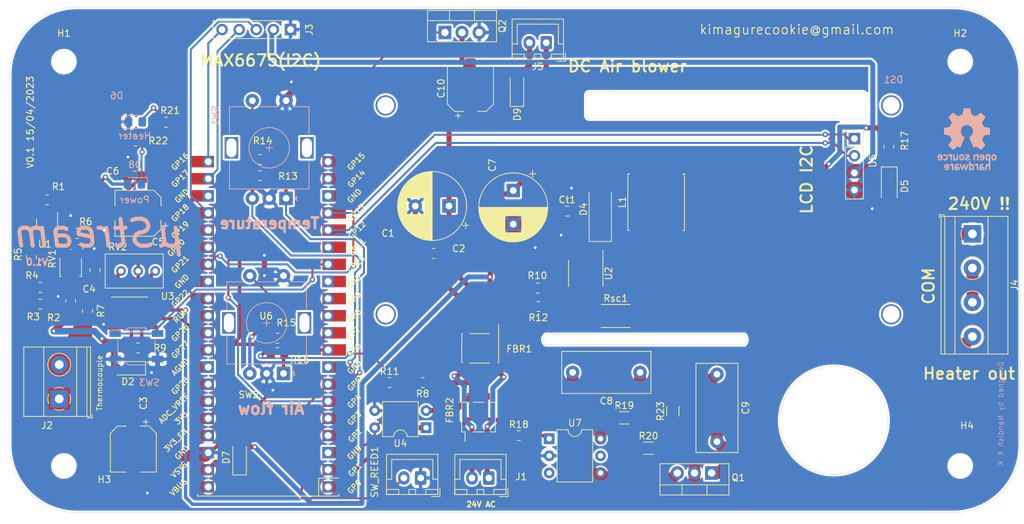
<source format=kicad_pcb>
(kicad_pcb (version 20211014) (generator pcbnew)
  (layers (0 "F.Cu" signal) (31 "B.Cu" power) (34 "B.Paste" user) (35 "F.Paste" user) (36 "B.SilkS" user "B.Silkscreen") (37 "F.SilkS" user "F.Silkscreen") (38 "B.Mask" user) (39 "F.Mask" user) (44 "Edge.Cuts" user))
  (net 0 "")
  (net 1 "22.8v")
  (net 2 "GND")
  (net 3 "Net-(C4-Pad1)")
  (net 4 "6Vdc")
  (net 5 "Net-(C8-Pad1)")
  (net 6 "Net-(C8-Pad2)")
  (net 7 "Net-(C9-Pad1)")
  (net 8 "Net-(C10-Pad2)")
  (net 9 "Net-(Ct1-Pad2)")
  (net 10 "AC2")
  (net 11 "AC1")
  (net 12 "Net-(D4-Pad1)")
  (net 13 "/SCK")
  (net 14 "/CS")
  (net 15 "/SO")
  (net 16 "/Hot")
  (net 17 "/Vgs=3v")
  (net 18 "Net-(R1-Pad1)")
  (net 19 "Net-(R2-Pad2)")
  (net 20 "Net-(R5-Pad2)")
  (net 21 "Net-(R6-Pad2)")
  (net 22 "Net-(R7-Pad1)")
  (net 23 "Net-(R8-Pad2)")
  (net 24 "Temperature ")
  (net 25 "Net-(R10-Pad1)")
  (net 26 "Sense")
  (net 27 "Trigger")
  (net 28 "3.3V")
  (net 29 "Net-(Rsc1-Pad2)")
  (net 30 "Net-(RV2-Pad1)")
  (net 31 "Net-(RV2-Pad3)")
  (net 32 "Net-(SW3-Pad2)")
  (net 37 "Net-(U5-Pad1)")
  (net 38 "Net-(U5-Pad2)")
  (net 56 "/DT1")
  (net 57 "/CLK1")
  (net 58 "/DT2")
  (net 59 "/CLK2")
  (net 60 "/SW1")
  (net 61 "/SW3")
  (net 63 "Net-(C3-Pad1)")
  (net 64 "/COLD")
  (net 65 "Net-(D8-Pad1)")
  (net 66 "Net-(R18-Pad2)")
  (net 67 "Net-(R19-Pad1)")
  (net 68 "Net-(D7-Pad1)")
  (net 69 "Net-(D6-Pad2)")
  (net 70 "Net-(SW_REED1-Pad2)")
  (net 71 "Net-(J4-Pad2)")
  (net 72 "/T-")
  (net 73 "/T+")
  (net 74 "Net-(R21-Pad1)")
  (net 75 "/4.7V")
  (net 76 "Net-(FBR2-Pad3)")
  (net 77 "Net-(FBR2-Pad4)")
  (footprint "Diode_SMD:D_SOD-123" (layer "F.Cu") (at 128.22 62.025 90)
    (fp_text reference "D9")
    (fp_text value "1N4148")
  )
  (footprint "Package_TO_SOT_SMD:SOT-23" (layer "F.Cu") (at 58.5 82 -90)
    (fp_text reference "U1")
    (fp_text value "TL431DBZ")
  )
  (footprint "Resistor_SMD:R_0805_2012Metric_Pad1.20x1.40mm_HandSolder" (layer "F.Cu") (at 62 93.5 90)
    (fp_text reference "R2")
    (fp_text value "47k")
  )
  (footprint "Resistor_SMD:R_0805_2012Metric_Pad1.20x1.40mm_HandSolder" (layer "F.Cu") (at 109.33 105.62)
    (fp_text reference "R11")
    (fp_text value "1.5k")
  )
  (footprint "Resistor_SMD:R_0805_2012Metric_Pad1.20x1.40mm_HandSolder" (layer "F.Cu") (at 92.7 101.2 180)
    (fp_text reference "R16")
    (fp_text value "10k")
  )
  (footprint "Inductor_SMD:L_Sunlord_SWPA80xxS" (layer "F.Cu") (at 148.881072 78.85516 90)
    (fp_text reference "L1")
    (fp_text value "68u")
  )
  (footprint "Resistor_SMD:R_0805_2012Metric_Pad1.20x1.40mm_HandSolder" (layer "F.Cu") (at 92.7 99.05 180)
    (fp_text reference "R15")
    (fp_text value "10k")
  )
  (footprint "TerminalBlock_Phoenix:TerminalBlock_Phoenix_MKDS-1,5-4-5.08_1x04_P5.08mm_Horizontal" (layer "F.Cu") (at 195.81 83.56 -90)
    (fp_text reference "J4")
    (fp_text value "Mains+Heater")
  )
  (footprint "Resistor_SMD:R_0805_2012Metric_Pad1.20x1.40mm_HandSolder" (layer "F.Cu") (at 58.5 78.5)
    (fp_text reference "R1")
    (fp_text value "1k")
  )
  (footprint "Resistor_SMD:R_0805_2012Metric_Pad1.20x1.40mm_HandSolder" (layer "F.Cu") (at 131.393928 94.337956 180)
    (fp_text reference "R12")
    (fp_text value "9.1k")
  )
  (footprint "Resistor_SMD:R_0805_2012Metric_Pad1.20x1.40mm_HandSolder" (layer "F.Cu") (at 72 100.5 180)
    (fp_text reference "R9")
    (fp_text value "43k")
  )
  (footprint "Package_TO_SOT_THT:TO-220-3_Vertical" (layer "F.Cu") (at 117.53 53.68)
    (fp_text reference "Q2")
    (fp_text value "STP55NF06")
  )
  (footprint "MountingHole:MountingHole_3.2mm_M3" (layer "F.Cu") (at 61 118)
    (fp_text reference "H3")
    (fp_text value "MountingHole_3.2mm_M3")
  )
  (footprint "Resistor_SMD:R_0805_2012Metric_Pad1.20x1.40mm_HandSolder" (layer "F.Cu") (at 183.41 70.6 -90)
    (fp_text reference "R17")
    (fp_text value "51")
  )
  (footprint "Resistor_SMD:R_1206_3216Metric_Pad1.30x1.75mm_HandSolder" (layer "F.Cu") (at 151.35 109.88 90)
    (fp_text reference "R23")
    (fp_text value "39")
  )
  (footprint "Resistor_SMD:R_0805_2012Metric_Pad1.20x1.40mm_HandSolder" (layer "F.Cu") (at 63 83.5 180)
    (fp_text reference "R6")
    (fp_text value "50")
  )
  (footprint "Capacitor_THT:CP_Radial_D10.0mm_P5.00mm" (layer "F.Cu") (at 127.675 77.132323 -90)
    (fp_text reference "C7")
    (fp_text value "220u")
  )
  (footprint "Resistor_SMD:R_0805_2012Metric_Pad1.20x1.40mm_HandSolder" (layer "F.Cu") (at 57.5 94)
    (fp_text reference "R3")
    (fp_text value "6.8k")
  )
  (footprint "Diode_SMD:D_MiniMELF" (layer "F.Cu") (at 183.45 76.45 -90)
    (fp_text reference "D5")
    (fp_text value "BZV55C4V7")
  )
  (footprint "Resistor_SMD:R_0805_2012Metric_Pad1.20x1.40mm_HandSolder" (layer "F.Cu") (at 57.5 91.5 180)
    (fp_text reference "R4")
    (fp_text value "110")
  )
  (footprint "Potentiometer_THT:Potentiometer_Bourns_3296W_Vertical" (layer "F.Cu") (at 74.56 89.07)
    (fp_text reference "RV2")
    (fp_text value "20k")
  )
  (footprint "Resistor_SMD:R_1206_3216Metric_Pad1.30x1.75mm_HandSolder" (layer "F.Cu") (at 144.15 110.86)
    (fp_text reference "R19")
    (fp_text value "360")
  )
  (footprint "Resistor_SMD:R_0805_2012Metric_Pad1.20x1.40mm_HandSolder" (layer "F.Cu") (at 71.63 69.77 180)
    (fp_text reference "R22")
    (fp_text value "1k")
  )
  (footprint "Connector_PinSocket_2.54mm:PinSocket_1x05_P2.54mm_Vertical" (layer "F.Cu") (at 94.625 53.25 -90)
    (fp_text reference "J3")
    (fp_text value "MAX6675")
  )
  (footprint "MountingHole:MountingHole_3.2mm_M3" (layer "F.Cu") (at 194 118)
    (fp_text reference "H4")
    (fp_text value "MountingHole_3.2mm_M3")
  )
  (footprint "Connector_JST:JST_XH_B2B-XH-A_1x02_P2.50mm_Vertical" (layer "F.Cu") (at 124.05 119.79 180)
    (fp_text reference "J1")
    (fp_text value "Transformer_In")
  )
  (footprint "Connector_PinSocket_2.54mm:PinSocket_1x04_P2.54mm_Vertical" (layer "F.Cu") (at 178.3 69.43)
    (fp_text reference "U5")
    (fp_text value "EA_T123X-I2C")
  )
  (footprint "Package_TO_SOT_THT:TO-220-3_Vertical" (layer "F.Cu") (at 157.1 119.04 180)
    (fp_text reference "Q1")
    (fp_text value "BTA16-600B")
  )
  (footprint "Capacitor_THT:C_Rect_L13.0mm_W6.0mm_P10.00mm_FKS3_FKP3_MKS4" (layer "F.Cu") (at 157.9 104.39 -90)
    (fp_text reference "C9")
    (fp_text value "10nf")
  )
  (footprint "Package_DIP:DIP-4_W7.62mm" (layer "F.Cu") (at 114.74 112.325 180)
    (fp_text reference "U4")
    (fp_text value "PC817")
  )
  (footprint "Resistor_SMD:R_2512_6332Metric_Pad1.40x3.35mm_HandSolder" (layer "F.Cu") (at 142.875 95.75)
    (fp_text reference "Rsc1")
    (fp_text value "0.3")
  )
  (footprint "Connector_JST:JST_XH_B2B-XH-A_1x02_P2.50mm_Vertical" (layer "F.Cu") (at 132.57 55.195 180)
    (fp_text reference "J5")
    (fp_text value "Air Blower")
  )
  (footprint "Package_SO:SOIC-8_3.9x4.9mm_P1.27mm" (layer "F.Cu") (at 138.431072 89.43016 -90)
    (fp_text reference "U2")
    (fp_text value "MC34063AD")
  )
  (footprint "MountingHole:MountingHole_3.2mm_M3" (layer "F.Cu") (at 194 58)
    (fp_text reference "H2")
    (fp_text value "MountingHole_3.2mm_M3")
  )
  (footprint "MountingHole:MountingHole_3.2mm_M3" (layer "F.Cu") (at 61 58)
    (fp_text reference "H1")
    (fp_text value "MountingHole_3.2mm_M3")
  )
  (footprint "TerminalBlock_Phoenix:TerminalBlock_Phoenix_MKDS-1,5-2-5.08_1x02_P5.08mm_Horizontal" (layer "F.Cu") (at 60.305 108.045 90)
    (fp_text reference "J2")
    (fp_text value "Thermocouple junction")
  )
  (footprint "Capacitor_SMD:CP_Elec_6.3x5.8" (layer "F.Cu") (at 72 80.5 180)
    (fp_text reference "C5")
    (fp_text value "10u")
  )
  (footprint "Capacitor_SMD:C_0805_2012Metric_Pad1.18x1.45mm_HandSolder" (layer "F.Cu") (at 115.875 86.475)
    (fp_text reference "C2")
    (fp_text value "0.1u")
  )
  (footprint "Capacitor_SMD:CP_Elec_6.3x5.8" (layer "F.Cu") (at 121.32 61.975 90)
    (fp_text reference "C10")
    (fp_text value "10u")
  )
  (footprint "Resistor_SMD:R_0805_2012Metric_Pad1.20x1.40mm_HandSolder" (layer "F.Cu") (at 90.14 74.93 180)
    (fp_text reference "R13")
    (fp_text value "10k")
  )
  (footprint "Capacitor_SMD:C_0805_2012Metric_Pad1.18x1.45mm_HandSolder" (layer "F.Cu") (at 65.625 88.975 90)
    (fp_text reference "C4")
    (fp_text value "10u")
  )
  (footprint "Diode_SMD:Diode_Bridge_Diotec_ABS" (layer "F.Cu") (at 122.63 100.44 -90)
    (fp_text reference "FBR1")
    (fp_text value "ABS10")
  )
  (footprint "Connector_JST:JST_XH_B2B-XH-A_1x02_P2.50mm_Vertical" (layer "F.Cu") (at 113.94 119.78 180)
    (fp_text reference "SW_REED1")
    (fp_text value "SW_Reed")
  )
  (footprint "Resistor_SMD:R_0805_2012Metric_Pad1.20x1.40mm_HandSolder" (layer "F.Cu") (at 128.5 113.5)
    (fp_text reference "R18")
    (fp_text value "510")
  )
  (footprint "Resistor_SMD:R_0805_2012Metric_Pad1.20x1.40mm_HandSolder" (layer "F.Cu") (at 114.23 105.63 180)
    (fp_text reference "R8")
    (fp_text value "2k")
  )
  (footprint "Capacitor_SMD:C_0805_2012Metric_Pad1.18x1.45mm_HandSolder" (layer "F.Cu") (at 71.5 75)
    (fp_text reference "C6")
    (fp_text value "0.1u")
  )
  (footprint "Resistor_SMD:R_0805_2012Metric_Pad1.20x1.40mm_HandSolder" (layer "F.Cu") (at 64.5 95 -90)
    (fp_text reference "R7")
    (fp_text value "1k")
  )
  (footprint "raspberry pi:RPi_Pico_SMD_TH" (layer "F.Cu") (at 91.31 96.975 180)
    (fp_text reference "U6")
    (fp_text value "Pico")
  )
  (footprint "Resistor_SMD:R_0805_2012Metric_Pad1.20x1.40mm_HandSolder" (layer "F.Cu") (at 56.1775 87 90)
    (fp_text reference "R5")
    (fp_text value "102k")
  )
  (footprint "Potentiometer_SMD:Potentiometer_Bourns_TC33X_Vertical" (layer "F.Cu") (at 62 88 -90)
    (fp_text reference "RV1")
    (fp_text value "100")
  )
  (footprint "Diode_SMD:D_SOD-123" (layer "F.Cu") (at 87.07 116.75 90)
    (fp_text reference "D7")
    (fp_text value "1N4148")
  )
  (footprint "Capacitor_THT:C_Rect_L13.0mm_W6.0mm_P10.00mm_FKS3_FKP3_MKS4" (layer "F.Cu") (at 146.49 104.12 180)
    (fp_text reference "C8")
    (fp_text value "50nf")
  )
  (footprint "Package_SO:SOIC-8_3.9x4.9mm_P1.27mm" (layer "F.Cu") (at 71.5 95.5)
    (fp_text reference "U3")
    (fp_text value "OP07")
  )
  (footprint "Resistor_SMD:R_1206_3216Metric_Pad1.30x1.75mm_HandSolder" (layer "F.Cu") (at 147.74 115.37)
    (fp_text reference "R20")
    (fp_text value "680")
  )
  (footprint "Diode_SMD:D_SMA_Handsoldering" (layer "F.Cu") (at 140.581072 79.90516 90)
    (fp_text reference "D4")
    (fp_text value "1N5819")
  )
  (footprint "Diode_SMD:D_SOD-123" (layer "F.Cu") (at 70.5 103.5 180)
    (fp_text reference "D2")
    (fp_text value "1N4148")
  )
  (footprint "Package_TO_SOT_SMD:TO-269AA" (layer "F.Cu") (at 122.53 110.75 90)
    (fp_text reference "FBR2")
    (fp_text value "RMB4S")
  )
  (footprint "Resistor_SMD:R_0805_2012Metric_Pad1.20x1.40mm_HandSolder" (layer "F.Cu") (at 76.15 67 180)
    (fp_text reference "R21")
    (fp_text value "360")
  )
  (footprint "Capacitor_SMD:CP_Elec_6.3x5.8" (layer "F.Cu") (at 71.3 115.5 -90)
    (fp_text reference "C3")
    (fp_text value "10u")
  )
  (footprint "Resistor_SMD:R_0805_2012Metric_Pad1.20x1.40mm_HandSolder" (layer "F.Cu") (at 90.1 72.54 180)
    (fp_text reference "R14")
    (fp_text value "10k")
  )
  (footprint "Resistor_SMD:R_0805_2012Metric_Pad1.20x1.40mm_HandSolder" (layer "F.Cu") (at 131.3 91.618116 180)
    (fp_text reference "R10")
    (fp_text value "2.4k")
  )
  (footprint "Package_DIP:DIP-6_W7.62mm" (layer "F.Cu") (at 133.01 113.955)
    (fp_text reference "U7")
    (fp_text value "MOC3022M")
  )
  (footprint "Capacitor_SMD:C_0805_2012Metric_Pad1.18x1.45mm_HandSolder" (layer "F.Cu") (at 135.681072 80.18016)
    (fp_text reference "Ct1")
    (fp_text value "260p")
  )
  (footprint "Capacitor_THT:CP_Radial_D10.0mm_P5.00mm" (layer "F.Cu") (at 118.142677 79.425 180)
    (fp_text reference "C1")
    (fp_text value "480u")
  )
  (footprint "Rotary_Encoder:RotaryEncoder_Alps_EC11E-Switch_Vertical_H20mm" (layer "B.Cu") (at 93.59 104.27 90)
    (fp_text reference "SW2")
    (fp_text value "Control for Air blower")
  )
  (footprint "LED_SMD:LED_0805_2012Metric_Pad1.15x1.40mm_HandSolder" (layer "B.Cu") (at 71.6 66.95)
    (fp_text reference "D6")
    (fp_text value "LED")
  )
  (footprint "Display:WC1602A" (layer "B.Cu") (at 178.25 64.5 180)
    (fp_text reference "DS1")
    (fp_text value "WC1602A")
  )
  (footprint "LOGO" (layer "B.Cu") (at 195 69.5 180)
    (fp_text reference "G")
    (fp_text value "LOGO" hide)
  )
  (footprint "Rotary_Encoder:RotaryEncoder_Alps_EC11E-Switch_Vertical_H20mm" (layer "B.Cu") (at 93.9622 78.290709 90)
    (fp_text reference "SW1")
    (fp_text value "Heater Encoder")
  )
  (footprint "LED_SMD:LED_0805_2012Metric_Pad1.15x1.40mm_HandSolder" (layer "B.Cu") (at 71.49 76.17 180)
    (fp_text reference "D8")
    (fp_text value "LED")
  )
  (footprint "Button_Switch_SMD:SW_SPST_TL3342" (layer "B.Cu") (at 71.75 100.25)
    (fp_text reference "SW3")
    (fp_text value "SW_SPST")
  )
  (gr_arc (start 192.928932 49.928932) (mid 200 52.857864) (end 202.928932 59.928932) (layer "Edge.Cuts") (width 0.05))
  (gr_line (start 52.928932 114.928932) (end 52.928932 59.928932) (layer "Edge.Cuts") (width 0.05))
  (gr_line (start 162 100) (end 132.5 100) (layer "Edge.Cuts") (width 0.05))
  (gr_line (start 132.5 98.5) (end 162 98.5) (layer "Edge.Cuts") (width 0.05))
  (gr_arc (start 139 66.5) (mid 138.630357 66.3625) (end 138.475 66) (layer "Edge.Cuts") (width 0.05))
  (gr_line (start 139 66.5) (end 179.5 66.5) (layer "Edge.Cuts") (width 0.05))
  (gr_arc (start 179.5 62.5) (mid 179.853553 62.646447) (end 180 63) (layer "Edge.Cuts") (width 0.05))
  (gr_circle (center 175.25 111.25) (end 180.91 116.91) (layer "Edge.Cuts") (width 0.05) (fill none))
  (gr_arc (start 138.475 63) (mid 138.630357 62.6375) (end 139 62.5) (layer "Edge.Cuts") (width 0.05))
  (gr_arc (start 202.928932 114.928932) (mid 200 122) (end 192.928932 124.928932) (layer "Edge.Cuts") (width 0.05))
  (gr_line (start 192.928932 124.928932) (end 62.928932 124.928932) (layer "Edge.Cuts") (width 0.05))
  (gr_line (start 180 63) (end 180 66) (layer "Edge.Cuts") (width 0.05))
  (gr_arc (start 162 98.5) (mid 162.31066 99.25) (end 162 100) (layer "Edge.Cuts") (width 0.05))
  (gr_arc (start 132.5 99.999999) (mid 132.098613 99.25) (end 132.5 98.500001) (layer "Edge.Cuts") (width 0.05))
  (gr_arc (start 180 66) (mid 179.853553 66.353553) (end 179.5 66.5) (layer "Edge.Cuts") (width 0.05))
  (gr_arc (start 62.928932 124.928932) (mid 55.857864 122) (end 52.928932 114.928932) (layer "Edge.Cuts") (width 0.05))
  (gr_line (start 139 62.5) (end 179.5 62.5) (layer "Edge.Cuts") (width 0.05))
  (gr_arc (start 52.928932 59.928932) (mid 55.857864 52.857864) (end 62.928932 49.928932) (layer "Edge.Cuts") (width 0.05))
  (gr_line (start 62.928932 49.928932) (end 192.928932 49.928932) (layer "Edge.Cuts") (width 0.05))
  (gr_line (start 138.475 63) (end 138.475 66) (layer "Edge.Cuts") (width 0.05))
  (gr_line (start 202.928932 59.928932) (end 202.928932 114.928932) (layer "Edge.Cuts") (width 0.05))
  (gr_text "V1.0\n" (at 57 87.75) (layer "B.SilkS") (effects (font (size 1 1) (thickness 0.25)) (justify mirror)))
  (gr_text "Temperature" (at 91.5 82) (layer "B.SilkS") (effects (font (size 1.6 1.6) (thickness 0.4)) (justify mirror)))
  (gr_text "Heater" (at 71.5 69) (layer "B.SilkS") (effects (font (size 1 1)) (justify mirror)))
  (gr_text "µStream" (at 66.25 83.5) (layer "B.SilkS") (effects (font (size 4 4) (thickness 0.6) italic) (justify mirror)))
  (gr_text "Air flow" (at 91.75 109.5) (layer "B.SilkS") (effects (font (size 1.7 1.7) (thickness 0.4)) (justify mirror)))
  (gr_text "Power" (at 71.5 78.5) (layer "B.SilkS") (effects (font (size 1 1)) (justify mirror)))
  (gr_text "Designed by Nandish K K" (at 200 110.25 90) (layer "B.SilkS") (effects (font (size 0.8 0.8) (thickness 0.075)) (justify mirror)))
  (gr_text "COM\n" (at 189.3 91.3 90) (layer "F.SilkS") (effects (font (size 1.7 1.7) (thickness 0.3))))
  (gr_text "kimagurecookie@gmail.com" (at 169.75 53.25) (layer "F.SilkS") (effects (font (size 1.4 1.4))))
  (gr_text "Thermocouple" (at 66.3 105.7 90) (layer "F.SilkS") (effects (font (size 0.8 0.8) (thickness 0.125))))
  (gr_text "V0.1 15/04/2023" (at 56 67 90) (layer "F.SilkS") (effects (font (size 1 1))))
  (gr_text "Heater out" (at 195.3 104.3) (layer "F.SilkS") (effects (font (size 1.7 1.7) (thickness 0.3))))
  (gr_text "240V !!" (at 196.8 79.1) (layer "F.SilkS") (effects (font (size 1.7 1.7) (thickness 0.3))))
  (gr_text "DC Air blower\n" (at 144.6 58.7) (layer "F.SilkS") (effects (font (size 1.7 1.7) (thickness 0.3))))
  (gr_text "LCD I2C" (at 171.2 75.5 90) (layer "F.SilkS") (effects (font (size 1.7 1.7) (thickness 0.3))))
  (gr_text "24V AC" (at 122.9 123.7) (layer "F.SilkS") (effects (font (size 0.8 0.8) (thickness 0.2))))
  (gr_text "MAX6675(I2C)\n\n" (at 90.2 59.2) (layer "F.SilkS") (effects (font (size 1.7 1.7) (thickness 0.3))))
  (segment (start 124.63 97.465) (end 138.11 97.465) (width 0.75) (layer "F.Cu") (net 1))
  (segment (start 139.825 95.75) (end 139.825 95.299088) (width 0.75) (layer "F.Cu") (net 1))
  (segment (start 137.796072 93.27016) (end 137.796072 91.90516) (width 0.75) (layer "F.Cu") (net 1))
  (segment (start 128.22 63.675) (end 132.57 59.325) (width 0.75) (layer "F.Cu") (net 1))
  (segment (start 124.63 94.905) (end 124.63 97.465) (width 0.75) (layer "F.Cu") (net 1))
  (segment (start 138.11 97.465) (end 139.825 95.75) (width 0.75) (layer "F.Cu") (net 1))
  (segment (start 116.9125 86.475) (end 118.142677 85.244823) (width 0.75) (layer "F.Cu") (net 1))
  (segment (start 132.57 59.325) (end 132.57 55.195) (width 0.75) (layer "F.Cu") (net 1))
  (segment (start 116.9125 87.1875) (end 124.63 94.905) (width 0.75) (layer "F.Cu") (net 1))
  (segment (start 116.9125 86.475) (end 116.9125 87.1875) (width 0.75) (layer "F.Cu") (net 1))
  (segment (start 118.142677 85.244823) (end 118.142677 79.425) (width 0.75) (layer "F.Cu") (net 1))
  (segment (start 118.142677 79.425) (end 118.142677 67.852323) (width 0.75) (layer "F.Cu") (net 1))
  (segment (start 127.22 64.675) (end 128.22 63.675) (width 0.75) (layer "F.Cu") (net 1))
  (segment (start 139.825 95.299088) (end 137.796072 93.27016) (width 0.75) (layer "F.Cu") (net 1))
  (segment (start 118.142677 67.852323) (end 121.32 64.675) (width 0.75) (layer "F.Cu") (net 1))
  (segment (start 121.32 64.675) (end 127.22 64.675) (width 0.75) (layer "F.Cu") (net 1))
  (segment (start 114.8375 86.475) (end 113.142677 84.780177) (width 0.75) (layer "F.Cu") (net 2))
  (segment (start 93.9622 63.2122) (end 93.9622 63.790709) (width 0.75) (layer "F.Cu") (net 2))
  (segment (start 90.75 86.75) (end 90.75 89.75) (width 0.75) (layer "F.Cu") (net 2))
  (segment (start 113.142677 84.780177) (end 113.142677 79.425) (width 0.75) (layer "F.Cu") (net 2))
  (segment (start 70.5 69.9) (end 70.5 72.15) (width 1.75) (layer "F.Cu") (net 2))
  (segment (start 70.5 121.2) (end 71.3 122) (width 1.75) (layer "F.Cu") (net 2))
  (segment (start 82.5 116.25) (end 82.25 116.25) (width 0.5) (layer "F.Cu") (net 2))
  (segment (start 67.31078 97.405) (end 69.025 97.405) (width 0.75) (layer "F.Cu") (net 2))
  (segment (start 71.3 122) (end 73.4 122) (width 1.75) (layer "F.Cu") (net 2))
  (segment (start 94.75 62.4244) (end 93.9622 63.2122) (width 0.75) (layer "F.Cu") (net 2))
  (segment (start 130.3 90.713116) (end 136.195 84.818116) (width 0.75) (layer "F.Cu") (net 2))
  (segment (start 114.8375 88.2375) (end 120.63 94.03) (width 0.75) (layer "F.Cu") (net 2))
  (segment (start 92 106.75) (end 82.5 116.25) (width 0.5) (layer "F.Cu") (net 2))
  (segment (start 70.63 69.77) (end 70.5 69.9) (width 1.75) (layer "F.Cu") (net 2))
  (segment (start 66.89028 96.9845) (end 67.31078 97.405) (width 0.75) (layer "F.Cu") (net 2))
  (segment (start 58.5 91.5) (end 58.8 91.5) (width 0.75) (layer "F.Cu") (net 2))
  (segment (start 71.3 118.2) (end 70.5 119) (width 1.75) (layer "F.Cu") (net 2))
  (segment (start 94.75 61) (end 94.75 62.4244) (width 0.75) (layer "F.Cu") (net 2))
  (segment (start 73.4 122) (end 78.9 116.5) (width 1.75) (layer "F.Cu") (net 2))
  (segment (start 72.15 103.5) (end 73.35 103.5) (width 0.75) (layer "F.Cu") (net 2))
  (segment (start 73.35 103.5) (end 74 104.15) (width 0.75) (layer "F.Cu") (net 2))
  (segment (start 70.5 74.9625) (end 70.4625 75) (width 1.75) (layer "F.Cu") (net 2))
  (segment (start 81.945 116.5) (end 82.42 116.025) (width 1.75) (layer "F.Cu") (net 2))
  (segment (start 70.5 72.15) (end 70.5 74.9625) (width 1.75) (layer "F.Cu") (net 2))
  (segment (start 70.5 119) (end 70.5 121.2) (width 1.75) (layer "F.Cu") (net 2))
  (segment (start 114.8375 86.475) (end 114.8375 88.2375) (width 0.75) (layer "F.Cu") (net 2))
  (segment (start 78.9 116.5) (end 81.945 116.5) (width 1.75) (layer "F.Cu") (net 2))
  (segment (start 130.3 91.618116) (end 130.3 90.713116) (width 0.75) (layer "F.Cu") (net 2))
  (segment (start 120.63 94.03) (end 120.63 97.465) (width 0.75) (layer "F.Cu") (net 2))
  (segment (start 58.8 91.5) (end 60.15 92.85) (width 0.75) (layer "F.Cu") (net 2))
  (via (at 65.5 85.75) (size 0.8) (drill 0.4) (layers "F.Cu" "B.Cu") (net 2))
  (via (at 136.325 76.775) (size 0.8) (drill 0.4) (layers "F.Cu" "B.Cu") (net 2))
  (via (at 74 104.15) (size 0.8) (drill 0.4) (layers "F.Cu" "B.Cu") (net 2))
  (via (at 134.775 83.75) (size 0.8) (drill 0.4) (layers "F.Cu" "B.Cu") (net 2))
  (via (at 73.4 122) (size 0.8) (drill 0.4) (layers "F.Cu" "B.Cu") (net 2))
  (via (at 92 106.75) (size 0.8) (drill 0.4) (layers "F.Cu" "B.Cu") (net 2))
  (via (at 90.75 89.75) (size 0.8) (drill 0.4) (layers "F.Cu" "B.Cu") (net 2))
  (via (at 62 80.85) (size 0.8) (drill 0.4) (layers "F.Cu" "B.Cu") (net 2))
  (via (at 90.75 86.75) (size 0.8) (drill 0.4) (layers "F.Cu" "B.Cu") (net 2))
  (via (at 66.89028 96.9845) (size 0.8) (drill 0.4) (layers "F.Cu" "B.Cu") (net 2))
  (via (at 94.75 61) (size 0.8) (drill 0.4) (layers "F.Cu" "B.Cu") (net 2))
  (via (at 60.15 92.85) (size 0.8) (drill 0.4) (layers "F.Cu" "B.Cu") (net 2))
  (via (at 67 83) (size 0.8) (drill 0.4) (layers "F.Cu" "B.Cu") (net 2))
  (via (at 130.925 85.6) (size 0.8) (drill 0.4) (layers "F.Cu" "B.Cu") (net 2))
  (via (at 70.5 72.15) (size 0.8) (drill 0.4) (layers "F.Cu" "B.Cu") (net 2))
  (via (at 180.95 79.825) (size 0.8) (drill 0.4) (layers "F.Cu" "B.Cu") (net 2))
  (segment (start 90.75 89.75) (end 93.57 89.75) (width 0.75) (layer "B.Cu") (net 2))
  (segment (start 93.9622 75.140709) (end 93.9622 63.790709) (width 0.75) (layer "B.Cu") (net 2))
  (segment (start 91.09 104.27) (end 91.09 105.84) (width 0.5) (layer "B.Cu") (net 2))
  (segment (start 86 77.75) (end 86 82) (width 0.75) (layer "B.Cu") (net 2))
  (segment (start 74.9 103.25) (end 74.9 102.15) (width 0.75) (layer "B.Cu") (net 2))
  (segment (start 89.8872 76.715709) (end 87.034291 76.715709) (width 0.75) (layer "B.Cu") (net 2))
  (segment (start 86 82) (end 90.75 86.75) (width 0.75) (layer "B.Cu") (net 2))
  (segment (start 93.57 89.75) (end 93.59 89.77) (width 0.75) (layer "B.Cu") (net 2))
  (segment (start 91.09 105.84) (end 92 106.75) (width 0.5) (layer "B.Cu") (net 2))
  (segment (start 74 104.15) (end 74.9 103.25) (width 0.75) (layer "B.Cu") (net 2))
  (segment (start 91.4622 78.290709) (end 91.4622 77.640709) (width 0.75) (layer "B.Cu") (net 2))
  (segment (start 87.034291 76.715709) (end 86 77.75) (width 0.75) (layer "B.Cu") (net 2))
  (segment (start 91.4622 78.290709) (end 89.8872 76.715709) (width 0.75) (layer "B.Cu") (net 2))
  (segment (start 91.4622 77.640709) (end 93.9622 75.140709) (width 0.75) (layer "B.Cu") (net 2))
  (segment (start 62 89.45) (end 65.0625 89.45) (width 0.5) (layer "F.Cu") (net 3))
  (segment (start 65.0625 89.45) (end 66 90.3875) (width 0.5) (layer "F.Cu") (net 3))
  (segment (start 66 90.3875) (end 66 93.710051) (width 0.5) (layer "F.Cu") (net 3))
  (segment (start 67.154949 94.865) (end 69.025 94.865) (width 0.5) (layer "F.Cu") (net 3))
  (segment (start 66 93.710051) (end 67.154949 94.865) (width 0.5) (layer "F.Cu") (net 3))
  (segment (start 181.635 67.825) (end 183.41 69.6) (width 0.75) (layer "F.Cu") (net 4))
  (segment (start 171.81984 75.85516) (end 174.5 73.175) (width 0.75) (layer "F.Cu") (net 4))
  (segment (start 124.23 89.95) (end 124.275 89.905) (width 0.75) (layer "F.Cu") (net 4))
  (segment (start 130.827163 73.98016) (end 127.169823 77.6375) (width 0.75) (layer "F.Cu") (net 4))
  (segment (start 127.169823 77.6375) (end 127.675 77.132323) (width 0.75) (layer "F.Cu") (net 4))
  (segment (start 72.02 89.07) (end 72.02 93.97) (width 0.5) (layer "F.Cu") (net 4))
  (segment (start 180.0505 67.825) (end 181.635 67.825) (width 0.75) (layer "F.Cu") (net 4))
  (segment (start 124.275 89.905) (end 124.275 78.525) (width 0.75) (layer "F.Cu") (net 4))
  (segment (start 125.1625 77.6375) (end 127.169823 77.6375) (width 0.75) (layer "F.Cu") (net 4))
  (segment (start 124.23 89.95) (end 124.23 91.83) (width 0.75) (layer "F.Cu") (net 4))
  (segment (start 126.737956 94.337956) (end 130.393928 94.337956) (width 0.75) (layer "F.Cu") (net 4))
  (segment (start 66.04 76.26) (end 67.16 75.14) (width 0.5) (layer "F.Cu") (net 4))
  (segment (start 74.7 77.1625) (end 74.7 80.5) (width 0.5) (layer "F.Cu") (net 4))
  (segment (start 87.145 115.175) (end 87.07 115.1) (width 0.75) (layer "F.Cu") (net 4))
  (segment (start 69.0375 78.5) (end 72.5375 75) (width 0.5) (layer "F.Cu") (net 4))
  (segment (start 124.275 78.525) (end 125.1625 77.6375) (width 0.75) (layer "F.Cu") (net 4))
  (segment (start 66.04 78.5) (end 69.0375 78.5) (width 0.5) (layer "F.Cu") (net 4))
  (segment (start 148.881072 75.85516) (end 147.006072 73.98016) (width 0.75) (layer "F.Cu") (net 4))
  (segment (start 72.915 94.865) (end 73.975 94.865) (width 0.5) (layer "F.Cu") (net 4))
  (segment (start 74.7 80.5) (end 72.02 83.18) (width 0.5) (layer "F.Cu") (net 4))
  (segment (start 72.5375 75) (end 74.7 77.1625) (width 0.5) (layer "F.Cu") (net 4))
  (segment (start 89.325 115.175) (end 87.145 115.175) (width 0.75) (layer "F.Cu") (net 4))
  (segment (start 124.23 91.83) (end 126.737956 94.337956) (width 0.75) (layer "F.Cu") (net 4))
  (segment (start 73.975 94.865) (end 79.04 94.865) (width 0.5) (layer "F.Cu") (net 4))
  (segment (start 59.5 78.5) (end 66.04 78.5) (width 0.5) (layer "F.Cu") (net 4))
  (segment (start 72.02 83.18) (end 72.02 89.07) (width 0.5) (layer "F.Cu") (net 4))
  (segment (start 79.04 94.865) (end 79.05 94.875) (width 0.5) (layer "F.Cu") (net 4))
  (segment (start 147.006072 73.98016) (end 130.827163 73.98016) (width 0.75) (layer "F.Cu") (net 4))
  (segment (start 72.02 93.97) (end 72.915 94.865) (width 0.5) (layer "F.Cu") (net 4))
  (segment (start 66.04 78.5) (end 66.04 76.26) (width 0.5) (layer "F.Cu") (net 4))
  (segment (start 148.881072 75.85516) (end 171.81984 75.85516) (width 0.75) (layer "F.Cu") (net 4))
  (via (at 67.16 75.14) (size 0.8) (drill 0.4) (layers "F.Cu" "B.Cu") (net 4))
  (via (at 174.5 73.175) (size 0.8) (drill 0.4) (layers "F.Cu" "B.Cu") (net 4))
  (via (at 89.325 115.175) (size 0.8) (drill 0.4) (layers "F.Cu" "B.Cu") (net 4))
  (via (at 124.23 89.95) (size 0.8) (drill 0.4) (layers "F.Cu" "B.Cu") (net 4))
  (via (at 180.0505 67.825) (size 0.8) (drill 0.4) (layers "F.Cu" "B.Cu") (net 4))
  (via (at 79.05 94.875) (size 0.8) (drill 0.4) (layers "F.Cu" "B.Cu") (net 4))
  (segment (start 179.9505 67.725) (end 176.125 67.725) (width 0.75) (layer "B.Cu") (net 4))
  (segment (start 97.7 123.55) (end 89.325 115.175) (width 0.75) (layer "B.Cu") (net 4))
  (segment (start 67.16 75.14) (end 68.19 76.17) (width 0.5) (layer "B.Cu") (net 4))
  (segment (start 105.225 105.725) (end 105.225 123.55) (width 0.75) (layer "B.Cu") (net 4))
  (segment (start 124.23 89.95) (end 121 89.95) (width 0.75) (layer "B.Cu") (net 4))
  (segment (start 176.125 71.55) (end 174.5 73.175) (width 0.75) (layer "B.Cu") (net 4))
  (segment (start 79.05 122.65) (end 80.075 123.675) (width 0.5) (layer "B.Cu") (net 4))
  (segment (start 180.0505 67.825) (end 179.9505 67.725) (width 0.75) (layer "B.Cu") (net 4))
  (segment (start 68.19 76.17) (end 70.465 76.17) (width 0.5) (layer "B.Cu") (net 4))
  (segment (start 105.225 123.55) (end 97.7 123.55) (width 0.75) (layer "B.Cu") (net 4))
  (segment (start 121 89.95) (end 105.225 105.725) (width 0.75) (layer "B.Cu") (net 4))
  (segment (start 80.075 123.675) (end 97.755 123.675) (width 0.5) (layer "B.Cu") (net 4))
  (segment (start 176.125 67.725) (end 176.125 71.55) (width 0.75) (layer "B.Cu") (net 4))
  (segment (start 79.05 94.875) (end 79.05 122.65) (width 0.5) (layer "B.Cu") (net 4))
  (segment (start 145.7 110.86) (end 145.7 114.88) (width 1.75) (layer "F.Cu") (net 5))
  (segment (start 146.49 110.07) (end 145.7 110.86) (width 1.75) (layer "F.Cu") (net 5))
  (segment (start 145.7 114.88) (end 146.19 115.37) (width 1.75) (layer "F.Cu") (net 5))
  (segment (start 146.49 104.12) (end 146.49 110.07) (width 1.75) (layer "F.Cu") (net 5))
  (segment (start 140.63 119.035) (end 142.555 120.96) (width 1.75) (layer "F.Cu") (net 6))
  (segment (start 150.1 120.96) (end 152.02 119.04) (width 1.75) (layer "F.Cu") (net 6))
  (segment (start 136.49 116.03) (end 140.06 119.6) (width 1.75) (layer "F.Cu") (net 6))
  (segment (start 136.49 104.12) (end 136.49 116.03) (width 1.75) (layer "F.Cu") (net 6))
  (segment (start 142.555 120.96) (end 150.1 120.96) (width 1.75) (layer "F.Cu") (net 6))
  (segment (start 153.96 108.33) (end 157.9 104.39) (width 1.75) (layer "F.Cu") (net 7))
  (segment (start 151.35 108.33) (end 153.96 108.33) (width 1.75) (layer "F.Cu") (net 7))
  (segment (start 121.32 59.275) (end 127.12 59.275) (width 0.75) (layer "F.Cu") (net 8))
  (segment (start 130.1 58.495) (end 130.1 55.225) (width 0.75) (layer "F.Cu") (net 8))
  (segment (start 127.12 59.275) (end 128.22 60.375) (width 0.75) (layer "F.Cu") (net 8))
  (segment (start 128.22 60.375) (end 130.1 58.495) (width 0.75) (layer "F.Cu") (net 8))
  (segment (start 121.32 59.275) (end 120.075 58.03) (width 0.75) (layer "F.Cu") (net 8))
  (segment (start 120.075 53.685) (end 120.07 53.68) (width 0.75) (layer "F.Cu") (net 8))
  (segment (start 130.1 55.225) (end 130.07 55.195) (width 0.75) (layer "F.Cu") (net 8))
  (segment (start 120.075 58.03) (end 120.075 53.685) (width 0.75) (layer "F.Cu") (net 8))
  (segment (start 137.796072 81.25766) (end 137.796072 86.95516) (width 0.75) (layer "F.Cu") (net 9))
  (segment (start 136.718572 80.18016) (end 137.796072 81.25766) (width 0.75) (layer "F.Cu") (net 9))
  (segment (start 119.3895 104.6555) (end 120.63 103.415) (width 0.75) (layer "F.Cu") (net 10))
  (segment (start 121.55 119.79) (end 121.55 112.22) (width 0.75) (layer "F.Cu") (net 10))
  (segment (start 118.92 104.6555) (end 119.3895 104.6555) (width 0.75) (layer "F.Cu") (net 10))
  (segment (start 121.55 112.22) (end 121.52 112.19) (width 0.75) (layer "F.Cu") (net 10))
  (via (at 118.92 104.6555) (size 0.8) (drill 0.4) (layers "F.Cu" "B.Cu") (net 10))
  (via (at 121.52 112.19) (size 0.8) (drill 0.4) (layers "F.Cu" "B.Cu") (net 10))
  (segment (start 121.52 112.19) (end 120.41 111.08) (width 0.75) (layer "B.Cu") (net 10))
  (segment (start 120.41 111.08) (end 120.41 106.1455) (width 0.75) (layer "B.Cu") (net 10))
  (segment (start 120.41 106.1455) (end 118.92 104.6555) (width 0.75) (layer "B.Cu") (net 10))
  (segment (start 123.8 119.54) (end 123.8 112.16) (width 0.75) (layer "F.Cu") (net 11))
  (segment (start 124.05 119.79) (end 123.8 119.54) (width 0.75) (layer "F.Cu") (net 11))
  (segment (start 123.8 112.16) (end 123.82 112.14) (width 0.75) (layer "F.Cu") (net 11))
  (segment (start 124.885 103.415) (end 126.28 104.81) (width 0.75) (layer "F.Cu") (net 11))
  (via (at 126.28 104.81) (size 0.8) (drill 0.4) (layers "F.Cu" "B.Cu") (net 11))
  (via (at 123.82 112.14) (size 0.8) (drill 0.4) (layers "F.Cu" "B.Cu") (net 11))
  (segment (start 124.64 106.44) (end 125.25 105.83) (width 0.75) (layer "B.Cu") (net 11))
  (segment (start 124.64 111.32) (end 124.64 106.44) (width 0.75) (layer "B.Cu") (net 11))
  (segment (start 125.26 105.83) (end 125.25 105.83) (width 0.75) (layer "B.Cu") (net 11))
  (segment (start 123.82 112.14) (end 124.64 111.32) (width 0.75) (layer "B.Cu") (net 11))
  (segment (start 126.28 104.81) (end 125.26 105.83) (width 0.75) (layer "B.Cu") (net 11))
  (segment (start 140.581072 82.40516) (end 139.066072 83.92016) (width 0.75) (layer "F.Cu") (net 12))
  (segment (start 139.066072 83.92016) (end 139.066072 86.95516) (width 0.75) (layer "F.Cu") (net 12))
  (segment (start 148.881072 81.85516) (end 141.131072 81.85516) (width 0.75) (layer "F.Cu") (net 12))
  (segment (start 141.131072 81.85516) (end 140.581072 82.40516) (width 0.75) (layer "F.Cu") (net 12))
  (segment (start 83.967943 52.05) (end 88.345 52.05) (width 0.3) (layer "B.Cu") (net 13))
  (segment (start 79.825 56.192943) (end 83.967943 52.05) (width 0.3) (layer "B.Cu") (net 13))
  (segment (start 82.42 80.465) (end 79.825 77.87) (width 0.3) (layer "B.Cu") (net 13))
  (segment (start 88.345 52.05) (end 89.545 53.25) (width 0.3) (layer "B.Cu") (net 13))
  (segment (start 79.825 77.87) (end 79.825 56.192943) (width 0.3) (layer "B.Cu") (net 13))
  (segment (start 83.8 74.005) (end 82.42 75.385) (width 0.3) (layer "B.Cu") (net 14))
  (segment (start 87.005 53.25) (end 83.8 56.455) (width 0.3) (layer "B.Cu") (net 14))
  (segment (start 83.8 56.455) (end 83.8 74.005) (width 0.3) (layer "B.Cu") (net 14))
  (segment (start 82.42 72.845) (end 82.42 55.295) (width 0.3) (layer "B.Cu") (net 15))
  (segment (start 82.42 55.295) (end 84.465 53.25) (width 0.3) (layer "B.Cu") (net 15))
  (segment (start 186.2 108.41) (end 186.2 119.69) (width 1.75) (layer "F.Cu") (net 16))
  (segment (start 149.29 113.49) (end 151.35 111.43) (width 1.75) (layer "F.Cu") (net 16))
  (segment (start 186.2 119.69) (end 182.95 122.94) (width 1.75) (layer "F.Cu") (net 16))
  (segment (start 195.81 98.8) (end 186.2 108.41) (width 1.75) (layer "F.Cu") (net 16))
  (segment (start 149.29 115.37) (end 149.29 113.49) (width 1.75) (layer "F.Cu") (net 16))
  (segment (start 154.56 119.04) (end 154.56 115.89) (width 1.75) (layer "F.Cu") (net 16))
  (segment (start 155.63 122.94) (end 154.56 121.87) (width 1.75) (layer "F.Cu") (net 16))
  (segment (start 154.56 121.87) (end 154.56 119.04) (width 1.75) (layer "F.Cu") (net 16))
  (segment (start 154.04 115.37) (end 149.29 115.37) (width 1.75) (layer "F.Cu") (net 16))
  (segment (start 182.95 122.94) (end 155.63 122.94) (width 1.75) (layer "F.Cu") (net 16))
  (segment (start 154.56 115.89) (end 154.04 115.37) (width 1.75) (layer "F.Cu") (net 16))
  (segment (start 84.18 86.87) (end 83.635 86.87) (width 0.3) (layer "F.Cu") (net 17))
  (segment (start 117.53 53.68) (end 112.02 53.68) (width 0.3) (layer "F.Cu") (net 17))
  (segment (start 112.02 53.68) (end 103.95 61.75) (width 0.3) (layer "F.Cu") (net 17))
  (segment (start 103.95 61.75) (end 103.95 88.35) (width 0.3) (layer "F.Cu") (net 17))
  (segment (start 83.635 86.87) (end 82.42 88.085) (width 0.3) (layer "F.Cu") (net 17))
  (via (at 103.95 88.35) (size 0.8) (drill 0.4) (layers "F.Cu" "B.Cu") (net 17))
  (via (at 84.18 86.87) (size 0.8) (drill 0.4) (layers "F.Cu" "B.Cu") (net 17))
  (segment (start 103.015 89.285) (end 103.95 88.35) (width 0.3) (layer "B.Cu") (net 17))
  (segment (start 95.327866 89.285) (end 103.015 89.285) (width 0.3) (layer "B.Cu") (net 17))
  (segment (start 84.18 86.87) (end 85.395 88.085) (width 0.3) (layer "B.Cu") (net 17))
  (segment (start 85.395 88.085) (end 94.127866 88.085) (width 0.3) (layer "B.Cu") (net 17))
  (segment (start 94.127866 88.085) (end 95.327866 89.285) (width 0.3) (layer "B.Cu") (net 17))
  (segment (start 57.5 78.5) (end 58.5 79.5) (width 0.5) (layer "F.Cu") (net 18))
  (segment (start 58.5 79.5) (end 58.5 82.9375) (width 0.5) (layer "F.Cu") (net 18))
  (segment (start 57.55 81.0625) (end 54.9025 83.71) (width 0.75) (layer "F.Cu") (net 19))
  (segment (start 54.9025 83.71) (end 54.9025 86.725) (width 0.75) (layer "F.Cu") (net 19))
  (segment (start 54.9025 86.725) (end 56.1775 88) (width 0.75) (layer "F.Cu") (net 19))
  (segment (start 62 92.5) (end 61.510774 92.5) (width 0.75) (layer "F.Cu") (net 19))
  (segment (start 57.010774 88) (end 56.1775 88) (width 0.75) (layer "F.Cu") (net 19))
  (segment (start 61.510774 92.5) (end 57.010774 88) (width 0.75) (layer "F.Cu") (net 19))
  (segment (start 61.95 87.25) (end 63 86.2) (width 0.5) (layer "F.Cu") (net 20))
  (segment (start 56.1775 86) (end 57.4275 87.25) (width 0.5) (layer "F.Cu") (net 20))
  (segment (start 57.4275 87.25) (end 61.95 87.25) (width 0.5) (layer "F.Cu") (net 20))
  (segment (start 61 86.2) (end 61 84.5) (width 0.5) (layer "F.Cu") (net 21))
  (segment (start 61 84.5) (end 62 83.5) (width 0.5) (layer "F.Cu") (net 21))
  (segment (start 64.5 94) (end 66.635 96.135) (width 0.5) (layer "F.Cu") (net 22))
  (segment (start 69.025 96.135) (end 69.578528 96.135) (width 0.5) (layer "F.Cu") (net 22))
  (segment (start 69.578528 96.135) (end 71 97.556472) (width 0.5) (layer "F.Cu") (net 22))
  (segment (start 71 97.556472) (end 71 100.5) (width 0.5) (layer "F.Cu") (net 22))
  (segment (start 66.635 96.135) (end 69.025 96.135) (width 0.5) (layer "F.Cu") (net 22))
  (segment (start 112.33 106.53) (end 113.23 105.63) (width 0.75) (layer "F.Cu") (net 23))
  (segment (start 112.555 112.325) (end 112.33 112.1) (width 0.75) (layer "F.Cu") (net 23))
  (segment (start 112.33 112.1) (end 112.33 106.53) (width 0.75) (layer "F.Cu") (net 23))
  (segment (start 114.74 112.325) (end 112.555 112.325) (width 0.75) (layer "F.Cu") (net 23))
  (segment (start 73 100.5) (end 72.55 100.05) (width 0.5) (layer "F.Cu") (net 24))
  (segment (start 73.365 96.135) (end 73.975 96.135) (width 0.5) (layer "F.Cu") (net 24))
  (segment (start 72.55 96.95) (end 73.365 96.135) (width 0.5) (layer "F.Cu") (net 24))
  (segment (start 73.975 96.135) (end 78.45 96.135) (width 0.5) (layer "F.Cu") (net 24))
  (segment (start 72.55 100.05) (end 72.55 96.95) (width 0.5) (layer "F.Cu") (net 24))
  (segment (start 80.56 98.245) (end 82.42 98.245) (width 0.5) (layer "F.Cu") (net 24))
  (segment (start 78.45 96.135) (end 80.56 98.245) (width 0.5) (layer "F.Cu") (net 24))
  (segment (start 132.393928 94.337956) (end 132.393928 91.712044) (width 0.75) (layer "F.Cu") (net 25))
  (segment (start 136.526072 91.90516) (end 132.587044 91.90516) (width 0.75) (layer "F.Cu") (net 25))
  (segment (start 132.587044 91.90516) (end 132.3 91.618116) (width 0.75) (layer "F.Cu") (net 25))
  (segment (start 132.393928 91.712044) (end 132.3 91.618116) (width 0.75) (layer "F.Cu") (net 25))
  (segment (start 110.33 109.115) (end 110.33 105.62) (width 0.3) (layer "F.Cu") (net 26))
  (segment (start 107.12 112.325) (end 107.12 113.45637) (width 0.3) (layer "F.Cu") (net 26))
  (segment (start 107.12 113.45637) (end 102.01137 118.565) (width 0.3) (layer "F.Cu") (net 26))
  (segment (start 107.12 112.325) (end 110.33 109.115) (width 0.3) (layer "F.Cu") (net 26))
  (segment (start 102.01137 118.565) (end 100.2 118.565) (width 0.3) (layer "F.Cu") (net 26))
  (segment (start 118.29 114.66) (end 120.35 112.6) (width 0.5) (layer "F.Cu") (net 27))
  (segment (start 120.35 111.38) (end 120.68 111.05) (width 0.5) (layer "F.Cu") (net 27))
  (segment (start 101.815 121.105) (end 108.26 114.66) (width 0.5) (layer "F.Cu") (net 27))
  (segment (start 120.68 111.05) (end 125.05 111.05) (width 0.5) (layer "F.Cu") (net 27))
  (segment (start 100.2 121.105) (end 101.815 121.105) (width 0.5) (layer "F.Cu") (net 27))
  (segment (start 125.05 111.05) (end 127.5 113.5) (width 0.5) (layer "F.Cu") (net 27))
  (segment (start 108.26 114.66) (end 118.29 114.66) (width 0.5) (layer "F.Cu") (net 27))
  (segment (start 120.35 112.6) (end 120.35 111.38) (width 0.5) (layer "F.Cu") (net 27))
  (segment (start 89.1 74.97) (end 89.1 72.54) (width 0.5) (layer "F.Cu") (net 28))
  (segment (start 86.06 107.305) (end 86.06 99.95) (width 0.5) (layer "F.Cu") (net 28))
  (segment (start 86.06 99.95) (end 91.7 99.95) (width 0.5) (layer "F.Cu") (net 28))
  (segment (start 108.33 105.62) (end 108.33 103.28) (width 0.3) (layer "F.Cu") (net 28))
  (segment (start 91.7 99.95) (end 91.7 99.05) (width 0.5) (layer "F.Cu") (net 28))
  (segment (start 87.05 98.96) (end 87.05 77.02) (width 0.5) (layer "F.Cu") (net 28))
  (segment (start 91.7 99.05) (end 91.7 101.2) (width 0.5) (layer "F.Cu") (net 28))
  (segment (start 86.06 99.95) (end 87.05 98.96) (width 0.5) (layer "F.Cu") (net 28))
  (segment (start 106.375 101.325) (end 103.449502 101.325) (width 0.3) (layer "F.Cu") (net 28))
  (segment (start 90.675 101.2) (end 90.175 101.7) (width 0.5) (layer "F.Cu") (net 28))
  (segment (start 108.33 103.28) (end 106.375 101.325) (width 0.3) (layer "F.Cu") (net 28))
  (segment (start 82.42 110.945) (end 86.06 107.305) (width 0.5) (layer "F.Cu") (net 28))
  (segment (start 87.05 77.02) (end 89.1 74.97) (width 0.5) (layer "F.Cu") (net 28))
  (segment (start 91.7 101.2) (end 90.675 101.2) (width 0.5) (layer "F.Cu") (net 28))
  (via (at 103.449502 101.325) (size 0.8) (drill 0.4) (layers "F.Cu" "B.Cu") (net 28))
  (via (at 90.175 101.7) (size 0.8) (drill 0.4) (layers "F.Cu" "B.Cu") (net 28))
  (segment (start 103.449502 101.325) (end 102.789502 101.985) (width 0.3) (layer "B.Cu") (net 28))
  (segment (start 90.46 101.985) (end 90.175 101.7) (width 0.3) (layer "B.Cu") (net 28))
  (segment (start 102.789502 101.985) (end 90.46 101.985) (width 0.3) (layer "B.Cu") (net 28))
  (segment (start 140.336072 91.90516) (end 139.066072 91.90516) (width 0.75) (layer "F.Cu") (net 29))
  (segment (start 140.336072 89.83516) (end 140.336072 90.186072) (width 0.75) (layer "F.Cu") (net 29))
  (segment (start 140.336072 86.95516) (end 140.336072 89.83516) (width 0.75) (layer "F.Cu") (net 29))
  (segment (start 145.9 95.75) (end 145.925 95.75) (width 0.75) (layer "F.Cu") (net 29))
  (segment (start 140.336072 89.83516) (end 140.336072 91.90516) (width 0.75) (layer "F.Cu") (net 29))
  (segment (start 140.336072 90.186072) (end 145.9 95.75) (width 0.75) (layer "F.Cu") (net 29))
  (segment (start 73.975 89.655) (end 74.56 89.07) (width 0.5) (layer "F.Cu") (net 30))
  (segment (start 73.975 93.595) (end 73.975 89.655) (width 0.5) (layer "F.Cu") (net 30))
  (segment (start 69.025 89.525) (end 69.48 89.07) (width 0.5) (layer "F.Cu") (net 31))
  (segment (start 69.025 93.595) (end 69.025 89.525) (width 0.5) (layer "F.Cu") (net 31))
  (segment (start 98.615 88.085) (end 100.2 88.085) (width 0.3) (layer "F.Cu") (net 32))
  (segment (start 97.875 90.35) (end 97.875 88.825) (width 0.3) (layer "F.Cu") (net 32))
  (segment (start 97.875 88.825) (end 98.615 88.085) (width 0.3) (layer "F.Cu") (net 32))
  (via (at 97.875 90.35) (size 0.8) (drill 0.4) (layers "F.Cu" "B.Cu") (net 32))
  (segment (start 80.625 91.825) (end 96.4 91.825) (width 0.3) (layer "B.Cu") (net 32))
  (segment (start 74.1 98.35) (end 68.6 98.35) (width 0.3) (layer "B.Cu") (net 32))
  (segment (start 96.4 91.825) (end 97.875 90.35) (width 0.3) (layer "B.Cu") (net 32))
  (segment (start 74.9 98.35) (end 74.9 97.55) (width 0.3) (layer "B.Cu") (net 32))
  (segment (start 75.85 96.6) (end 74.1 98.35) (width 0.3) (layer "B.Cu") (net 32))
  (segment (start 75.85 96.6) (end 80.625 91.825) (width 0.3) (layer "B.Cu") (net 32))
  (segment (start 74.9 97.55) (end 75.85 96.6) (width 0.3) (layer "B.Cu") (net 32))
  (segment (start 176.8 68.81) (end 177.42 69.43) (width 0.3) (layer "F.Cu") (net 37))
  (segment (start 177.42 69.43) (end 178.3 69.43) (width 0.3) (layer "F.Cu") (net 37))
  (segment (start 173.98 68.81) (end 176.8 68.81) (width 0.3) (layer "F.Cu") (net 37))
  (via (at 173.98 68.81) (size 0.8) (drill 0.4) (layers "F.Cu" "B.Cu") (net 37))
  (segment (start 173.93 68.86) (end 173.98 68.81) (width 0.3) (layer "B.Cu") (net 37))
  (segment (start 104.437057 80.465) (end 116.042057 68.86) (width 0.3) (layer "B.Cu") (net 37))
  (segment (start 100.2 80.465) (end 104.437057 80.465) (width 0.3) (layer "B.Cu") (net 37))
  (segment (start 116.042057 68.86) (end 173.93 68.86) (width 0.3) (layer "B.Cu") (net 37))
  (segment (start 177.14 71.97) (end 178.3 71.97) (width 0.3) (layer "F.Cu") (net 38))
  (segment (start 174.02 70.03) (end 175.2 70.03) (width 0.3) (layer "F.Cu") (net 38))
  (segment (start 173.97 70.08) (end 174.02 70.03) (width 0.3) (layer "F.Cu") (net 38))
  (segment (start 175.2 70.03) (end 177.14 71.97) (width 0.3) (layer "F.Cu") (net 38))
  (via (at 173.97 70.08) (size 0.8) (drill 0.4) (layers "F.Cu" "B.Cu") (net 38))
  (segment (start 116.18 70.07) (end 103.245 83.005) (width 0.3) (layer "B.Cu") (net 38))
  (segment (start 103.245 83.005) (end 100.2 83.005) (width 0.3) (layer "B.Cu") (net 38))
  (segment (start 173.97 70.08) (end 173.96 70.07) (width 0.3) (layer "B.Cu") (net 38))
  (segment (start 173.96 70.07) (end 116.18 70.07) (width 0.3) (layer "B.Cu") (net 38))
  (segment (start 103.475 109.33) (end 103.475 102.6) (width 0.3) (layer "F.Cu") (net 56))
  (segment (start 88.9622 77.1078) (end 91.14 74.93) (width 0.5) (layer "F.Cu") (net 56))
  (segment (start 88.9622 78.290709) (end 88.9622 77.1078) (width 0.5) (layer "F.Cu") (net 56))
  (segment (start 101.86 110.945) (end 103.475 109.33) (width 0.3) (layer "F.Cu") (net 56))
  (segment (start 100.2 110.945) (end 101.86 110.945) (width 0.3) (layer "F.Cu") (net 56))
  (via (at 103.475 102.6) (size 0.8) (drill 0.4) (layers "F.Cu" "B.Cu") (net 56))
  (segment (start 104.199502 101.875498) (end 104.199502 89.325498) (width 0.3) (layer "B.Cu") (net 56))
  (segment (start 104.199502 89.325498) (end 104.975 88.55) (width 0.3) (layer "B.Cu") (net 56))
  (segment (start 88.9622 81.0122) (end 88.9622 78.290709) (width 0.3) (layer "B.Cu") (net 56))
  (segment (start 103.475 102.6) (end 104.199502 101.875498) (width 0.3) (layer "B.Cu") (net 56))
  (segment (start 94.725 86.775) (end 88.9622 81.0122) (width 0.3) (layer "B.Cu") (net 56))
  (segment (start 104.975 87.4) (end 104.35 86.775) (width 0.3) (layer "B.Cu") (net 56))
  (segment (start 104.975 88.55) (end 104.975 87.4) (width 0.3) (layer "B.Cu") (net 56))
  (segment (start 104.35 86.775) (end 94.725 86.775) (width 0.3) (layer "B.Cu") (net 56))
  (segment (start 104.2 111.145) (end 104.2 104.7) (width 0.3) (layer "F.Cu") (net 57))
  (segment (start 91.1 72.54) (end 93.4 72.54) (width 0.5) (layer "F.Cu") (net 57))
  (segment (start 101.86 113.485) (end 104.2 111.145) (width 0.3) (layer "F.Cu") (net 57))
  (segment (start 93.9622 73.1022) (end 93.9622 78.290709) (width 0.5) (layer "F.Cu") (net 57))
  (segment (start 93.4 72.54) (end 93.9622 73.1022) (width 0.5) (layer "F.Cu") (net 57))
  (segment (start 100.2 113.485) (end 101.86 113.485) (width 0.3) (layer "F.Cu") (net 57))
  (segment (start 104.2 104.7) (end 104.75 104.15) (width 0.3) (layer "F.Cu") (net 57))
  (segment (start 104.75 104.15) (end 104.875 104.15) (width 0.3) (layer "F.Cu") (net 57))
  (via (at 104.875 104.15) (size 0.8) (drill 0.4) (layers "F.Cu" "B.Cu") (net 57))
  (segment (start 105.525 89.325) (end 105.525 85.675) (width 0.3) (layer "B.Cu") (net 57))
  (segment (start 104.875 89.975) (end 105.525 89.325) (width 0.3) (layer "B.Cu") (net 57))
  (segment (start 97.595 84.345) (end 93.9622 80.7122) (width 0.3) (layer "B.Cu") (net 57))
  (segment (start 105.525 85.675) (end 104.195 84.345) (width 0.3) (layer "B.Cu") (net 57))
  (segment (start 104.875 104.15) (end 104.875 89.975) (width 0.3) (layer "B.Cu") (net 57))
  (segment (start 93.9622 80.7122) (end 93.9622 78.290709) (width 0.3) (layer "B.Cu") (net 57))
  (segment (start 104.195 84.345) (end 97.595 84.345) (width 0.3) (layer "B.Cu") (net 57))
  (segment (start 89.99 97.71) (end 88.875 98.825) (width 0.5) (layer "F.Cu") (net 58))
  (segment (start 93.7 99.05) (end 92.36 97.71) (width 0.5) (layer "F.Cu") (net 58))
  (segment (start 92.36 97.71) (end 89.99 97.71) (width 0.5) (layer "F.Cu") (net 58))
  (segment (start 99.395 99.05) (end 93.7 99.05) (width 0.5) (layer "F.Cu") (net 58))
  (segment (start 100.2 98.245) (end 99.395 99.05) (width 0.5) (layer "F.Cu") (net 58))
  (via (at 88.875 98.825) (size 0.8) (drill 0.4) (layers "F.Cu" "B.Cu") (net 58))
  (segment (start 88.59 99.11) (end 88.59 104.27) (width 0.5) (layer "B.Cu") (net 58))
  (segment (start 88.875 98.825) (end 88.59 99.11) (width 0.5) (layer "B.Cu") (net 58))
  (segment (start 93.59 101.31) (end 93.59 104.27) (width 0.5) (layer "F.Cu") (net 59))
  (segment (start 94.115 100.785) (end 93.59 101.31) (width 0.5) (layer "F.Cu") (net 59))
  (segment (start 100.2 100.785) (end 94.115 100.785) (width 0.5) (layer "F.Cu") (net 59))
  (segment (start 85.4 93.025) (end 85.4 74.552909) (width 0.3) (layer "F.Cu") (net 60))
  (segment (start 88.9622 70.990709) (end 88.9622 63.790709) (width 0.3) (layer "F.Cu") (net 60))
  (segment (start 85.4 74.552909) (end 88.9622 70.990709) (width 0.3) (layer "F.Cu") (net 60))
  (via (at 85.4 93.025) (size 0.8) (drill 0.4) (layers "F.Cu" "B.Cu") (net 60))
  (segment (start 86.84 104.429189) (end 86.84 94.465) (width 0.3) (layer "B.Cu") (net 60))
  (segment (start 90.815811 108.405) (end 86.84 104.429189) (width 0.3) (layer "B.Cu") (net 60))
  (segment (start 100.2 108.405) (end 90.815811 108.405) (width 0.3) (layer "B.Cu") (net 60))
  (segment (start 86.84 94.465) (end 85.4 93.025) (width 0.3) (layer "B.Cu") (net 60))
  (segment (start 98.345 93.85) (end 100.2 95.705) (width 0.3) (layer "F.Cu") (net 61))
  (segment (start 92.67 93.85) (end 98.345 93.85) (width 0.3) (layer "F.Cu") (net 61))
  (segment (start 88.59 89.77) (end 92.67 93.85) (width 0.3) (layer "F.Cu") (net 61))
  (segment (start 68.85 103.5) (end 71.3 105.95) (width 1) (layer "F.Cu") (net 63))
  (segment (start 71.3 105.95) (end 71.3 112.8) (width 1) (layer "F.Cu") (net 63))
  (segment (start 62 94.5) (end 62 95.5) (width 1) (layer "F.Cu") (net 63))
  (segment (start 58.5 94) (end 61.5 94) (width 0.75) (layer "F.Cu") (net 63))
  (segment (start 68.5 100.95) (end 68.5 103.15) (width 1) (layer "F.Cu") (net 63))
  (segment (start 62 95.5) (end 59.5 98) (width 1) (layer "F.Cu") (net 63))
  (segment (start 66.65 99.1) (end 68.5 100.95) (width 1) (layer "F.Cu") (net 63))
  (segment (start 61.5 94) (end 62 94.5) (width 0.75) (layer "F.Cu") (net 63))
  (segment (start 68.5 103.15) (end 68.85 103.5) (width 1) (layer "F.Cu") (net 63))
  (via (at 66.65 99.1) (size 0.8) (drill 0.4) (layers "F.Cu" "B.Cu") (net 63))
  (via (at 59.5 98) (size 0.8) (drill 0.4) (layers "F.Cu" "B.Cu") (net 63))
  (segment (start 65.55 98) (end 59.5 98) (width 1) (layer "B.Cu") (net 63))
  (segment (start 66.65 99.1) (end 65.55 98) (width 1) (layer "B.Cu") (net 63))
  (segment (start 158.19 119.04) (end 159.25 117.98) (width 1.75) (layer "F.Cu") (net 64))
  (segment (start 157.1 119.04) (end 158.19 119.04) (width 1.75) (layer "F.Cu") (net 64))
  (segment (start 159.25 117.98) (end 159.25 115.74) (width 1.75) (layer "F.Cu") (net 64))
  (segment (start 159.25 115.74) (end 157.9 114.39) (width 1.75) (layer "F.Cu") (net 64))
  (segment (start 157.9 114.39) (end 157.9 110.94) (width 1.75) (layer "F.Cu") (net 64))
  (segment (start 185.36 83.56) (end 195.81 83.56) (width 1.75) (layer "F.Cu") (net 64))
  (segment (start 185.32 83.52) (end 185.36 83.56) (width 1.75) (layer "F.Cu") (net 64))
  (segment (start 157.9 110.94) (end 185.32 83.52) (width 1.75) (layer "F.Cu") (net 64))
  (segment (start 72.63 69.77) (end 72.63 71.395) (width 0.3) (layer "F.Cu") (net 65))
  (segment (start 72.63 71.395) (end 72.6 71.425) (width 0.3) (layer "F.Cu") (net 65))
  (via (at 72.6 71.425) (size 0.8) (drill 0.4) (layers "F.Cu" "B.Cu") (net 65))
  (segment (start 72.6 71.425) (end 72.515 71.51) (width 0.3) (layer "B.Cu") (net 65))
  (segment (start 72.515 71.51) (end 72.515 76.17) (width 0.3) (layer "B.Cu") (net 65))
  (segment (start 132.555 113.5) (end 133.01 113.955) (width 0.5) (layer "F.Cu") (net 66))
  (segment (start 129.5 113.5) (end 132.555 113.5) (width 0.5) (layer "F.Cu") (net 66))
  (segment (start 140.63 112.83) (end 142.6 110.86) (width 1.75) (layer "F.Cu") (net 67))
  (segment (start 140.63 113.955) (end 140.63 112.83) (width 1.75) (layer "F.Cu") (net 67))
  (segment (start 86.12 117.45) (end 83.535 117.45) (width 0.75) (layer "F.Cu") (net 68))
  (segment (start 83.535 117.45) (end 82.42 118.565) (width 0.75) (layer "F.Cu") (net 68))
  (segment (start 87.07 118.4) (end 86.12 117.45) (width 0.75) (layer "F.Cu") (net 68))
  (segment (start 75.15 65.725) (end 74.3 64.875) (width 0.3) (layer "F.Cu") (net 69))
  (segment (start 75.15 67) (end 75.15 65.725) (width 0.3) (layer "F.Cu") (net 69))
  (via (at 74.3 64.875) (size 0.8) (drill 0.4) (layers "F.Cu" "B.Cu") (net 69))
  (segment (start 74.3 64.875) (end 72.625 66.55) (width 0.3) (layer "B.Cu") (net 69))
  (segment (start 72.625 66.55) (end 72.625 66.95) (width 0.3) (layer "B.Cu") (net 69))
  (segment (start 96.3 109.765) (end 96.3 122.8) (width 0.3) (layer "F.Cu") (net 70))
  (segment (start 100.2 105.865) (end 96.3 109.765) (width 0.3) (layer "F.Cu") (net 70))
  (segment (start 108.42 122.8) (end 111.44 119.78) (width 0.3) (layer "F.Cu") (net 70))
  (segment (start 96.3 122.8) (end 108.42 122.8) (width 0.3) (layer "F.Cu") (net 70))
  (segment (start 195.81 88.64) (end 195.81 93.72) (width 1.75) (layer "F.Cu") (net 71))
  (segment (start 78 67.85) (end 78 90.43) (width 0.3) (layer "F.Cu") (net 74))
  (segment (start 78 90.43) (end 80.735 93.165) (width 0.3) (layer "F.Cu") (net 74))
  (segment (start 77.15 67) (end 78 67.85) (width 0.3) (layer "F.Cu") (net 74))
  (segment (start 80.735 93.165) (end 82.42 93.165) (width 0.3) (layer "F.Cu") (net 74))
  (segment (start 180.65 58.1) (end 92.875 58.1) (width 0.75) (layer "B.Cu") (net 75))
  (segment (start 181.025 71.785) (end 181.025 58.475) (width 0.75) (layer "B.Cu") (net 75))
  (segment (start 92.875 58.1) (end 91.85 57.075) (width 0.75) (layer "B.Cu") (net 75))
  (segment (start 91.85 57.075) (end 91.85 53.485) (width 0.75) (layer "B.Cu") (net 75))
  (segment (start 178.3 74.51) (end 181.025 71.785) (width 0.75) (layer "B.Cu") (net 75))
  (segment (start 181.025 58.475) (end 180.65 58.1) (width 0.75) (layer "B.Cu") (net 75))
  (segment (start 91.85 53.485) (end 92.085 53.25) (width 0.75) (layer "B.Cu") (net 75))
  (segment (start 121.51 105.63) (end 123.555 107.675) (width 0.75) (layer "F.Cu") (net 76))
  (segment (start 123.555 107.675) (end 123.8 107.675) (width 0.75) (layer "F.Cu") (net 76))
  (segment (start 115.23 105.63) (end 121.51 105.63) (width 0.75) (layer "F.Cu") (net 76))
  (segment (start 114.74 109.785) (end 119.15 109.785) (width 0.75) (layer "F.Cu") (net 77))
  (segment (start 119.15 109.785) (end 121.26 107.675) (width 0.75) (layer "F.Cu") (net 77))
  (zone (net 2) (net_name "GND") (layer "F.Cu") (connect_pads yes (clearance 0.3)) (min_thickness 0.254) (fill yes (thermal_gap 0.508) (thermal_bridge_width 0.508))
    (polygon (pts (xy 185.02 81.25) (xy 176.83 81.25) (xy 176.83 75.83) (xy 185.02 75.83)))
  )
  (zone (net 73) (net_name "/T+") (layer "F.Cu") (connect_pads yes (clearance 0.508)) (min_thickness 0.254) (fill yes (thermal_gap 0.508) (thermal_bridge_width 0.508))
    (polygon (pts (xy 57.5 106) (xy 61.25 106) (xy 65 108.5) (xy 65 111) (xy 55 111) (xy 55 90.5) (xy 57.5 90.5)))
  )
  (zone (net 72) (net_name "/T-") (layer "F.Cu") (connect_pads yes (clearance 0.508)) (min_thickness 0.254) (fill yes (thermal_gap 0.508) (thermal_bridge_width 0.508))
    (polygon (pts (xy 65.175 105.2) (xy 58.65 105.2) (xy 58.65 99.4) (xy 61.25 99.375) (xy 63.5 95.45) (xy 65.175 95.425)))
  )
  (zone (net 2) (net_name "GND") (layer "F.Cu") (connect_pads yes (clearance 0.3)) (min_thickness 0.254) (fill yes (thermal_gap 0.508) (thermal_bridge_width 0.508))
    (polygon (pts (xy 141.744125 79.354748) (xy 139.406072 79.38016) (xy 138.880832 78.931776) (xy 135.500722 78.987438) (xy 135.520801 80.930491) (xy 137 85.325) (xy 137.004709 88.05) (xy 125.65 88.225) (xy 125.843873 80.181295) (xy 131.318996 80.132576) (xy 132.807189 75.389593) (xy 141.769125 75.304748)))
  )
  (zone (net 2) (net_name "GND") (layer "F.Cu") (connect_pads yes (clearance 0.508)) (min_thickness 0.254) (fill yes (thermal_gap 0.508) (thermal_bridge_width 0.508))
    (polygon (pts (xy 71.325 84.95) (xy 66.95 84.95) (xy 66.95 88.75) (xy 64.546812 88.729152) (xy 64.55 84.675) (xy 63.176615 84.633182) (xy 63.075 81.7) (xy 58.971892 81.667071) (xy 58.956877 79.943461) (xy 66.980822 79.85) (xy 66.991856 79.221736) (xy 71.325 79.225)))
  )
  (zone (net 75) (net_name "/4.7V") (layer "F.Cu") (connect_pads yes (clearance 0.3)) (min_thickness 0.254) (fill yes (thermal_gap 0.508) (thermal_bridge_width 0.508))
    (polygon (pts (xy 185.04 75.32) (xy 177.07 75.32) (xy 177.06 73.2) (xy 181.697425 73.165145) (xy 181.718577 70.641278) (xy 185.021152 70.646133)))
  )
  (zone (net 2) (net_name "GND") (layer "B.Cu") (connect_pads (clearance 0.3)) (min_thickness 0.254) (fill yes (thermal_gap 0.508) (thermal_bridge_width 0.508))
    (polygon (pts (xy 202.93 125.58) (xy 51.92 125.58) (xy 51.92 48.86) (xy 52.14 49.08) (xy 52.14 48.86) (xy 202.93 48.86)))
  )
)
</source>
